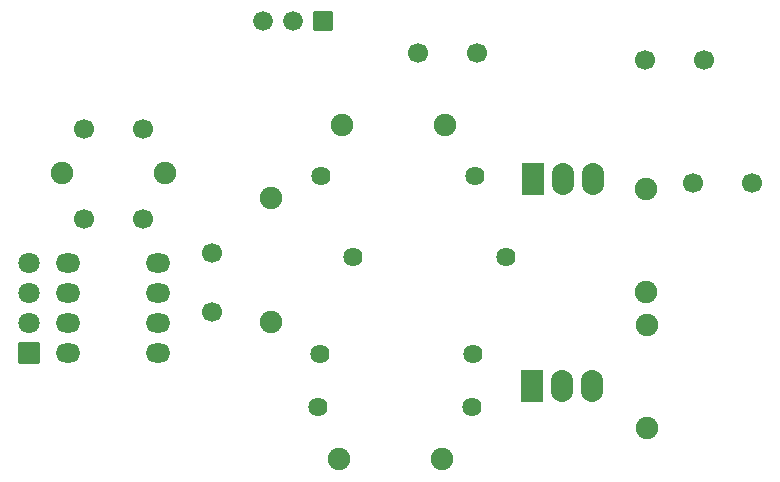
<source format=gbs>
G04 Layer: BottomSolderMaskLayer*
G04 EasyEDA Pro v2.1.64.d1969c9c.217bcf, 2024-10-29 15:11:35*
G04 Gerber Generator version 0.3*
G04 Scale: 100 percent, Rotated: No, Reflected: No*
G04 Dimensions in millimeters*
G04 Leading zeros omitted, absolute positions, 3 integers and 5 decimals*
%FSLAX35Y35*%
%MOMM*%
%AMRoundRect*1,1,$1,$2,$3*1,1,$1,$4,$5*1,1,$1,0-$2,0-$3*1,1,$1,0-$4,0-$5*20,1,$1,$2,$3,$4,$5,0*20,1,$1,$4,$5,0-$2,0-$3,0*20,1,$1,0-$2,0-$3,0-$4,0-$5,0*20,1,$1,0-$4,0-$5,$2,$3,0*4,1,4,$2,$3,$4,$5,0-$2,0-$3,0-$4,0-$5,$2,$3,0*%
%ADD10O,2.0716X1.6256*%
%ADD11C,1.9016*%
%ADD12C,1.6256*%
%ADD13C,1.7*%
%ADD14RoundRect,0.09618X-0.85271X-0.85271X-0.85271X0.85271*%
%ADD15C,1.8016*%
%ADD16O,1.9016X2.70159*%
%ADD17RoundRect,0.09645X-0.90257X1.30257X0.90257X1.30257*%
%ADD18C,1.6768*%
%ADD19RoundRect,0.09615X0.79032X-0.79032X-0.79032X-0.79032*%
G75*


G04 Pad Start*
G54D10*
G01X50800Y368300D03*
G01X812800Y368300D03*
G01X50800Y114300D03*
G01X812800Y114300D03*
G01X50800Y-139700D03*
G01X812800Y-139700D03*
G01X50800Y-393700D03*
G01X812800Y-393700D03*
G54D11*
G01X866800Y1130300D03*
G01X-3200Y1130300D03*
G01X2371700Y1536700D03*
G01X3241700Y1536700D03*
G01X2346300Y-1295400D03*
G01X3216300Y-1295400D03*
G01X4953000Y-161900D03*
G01X4953000Y-1031900D03*
G01X4940300Y993800D03*
G01X4940300Y123800D03*
G54D12*
G01X2461501Y419100D03*
G01X3761499Y419100D03*
G54D11*
G01X1765300Y-131293D03*
G01X1765300Y918693D03*
G54D12*
G01X3469399Y-850900D03*
G01X2169401Y-850900D03*
G01X3494799Y1104900D03*
G01X2194801Y1104900D03*
G01X3482099Y-406400D03*
G01X2182101Y-406400D03*
G54D13*
G01X181801Y736600D03*
G01X681800Y736600D03*
G01X181801Y1498600D03*
G01X681800Y1498600D03*
G01X5838000Y1041400D03*
G01X5338001Y1041400D03*
G54D14*
G01X-279400Y-393700D03*
G54D15*
G01X-279400Y-139700D03*
G01X-279400Y114300D03*
G01X-279400Y368300D03*
G54D13*
G01X3513900Y2146300D03*
G01X3013901Y2146300D03*
G01X4931601Y2082800D03*
G01X5431600Y2082800D03*
G54D16*
G01X4242295Y1079500D03*
G01X4496295Y1078509D03*
G54D17*
G01X3988295Y1079500D03*
G54D16*
G01X4229100Y-672605D03*
G01X4483100Y-673595D03*
G54D17*
G01X3975100Y-672605D03*
G54D18*
G01X1701800Y2413000D03*
G01X1955800Y2413000D03*
G54D19*
G01X2209800Y2413000D03*
G54D13*
G01X1270000Y-46799D03*
G01X1270000Y453200D03*
G04 Pad End*

M02*

</source>
